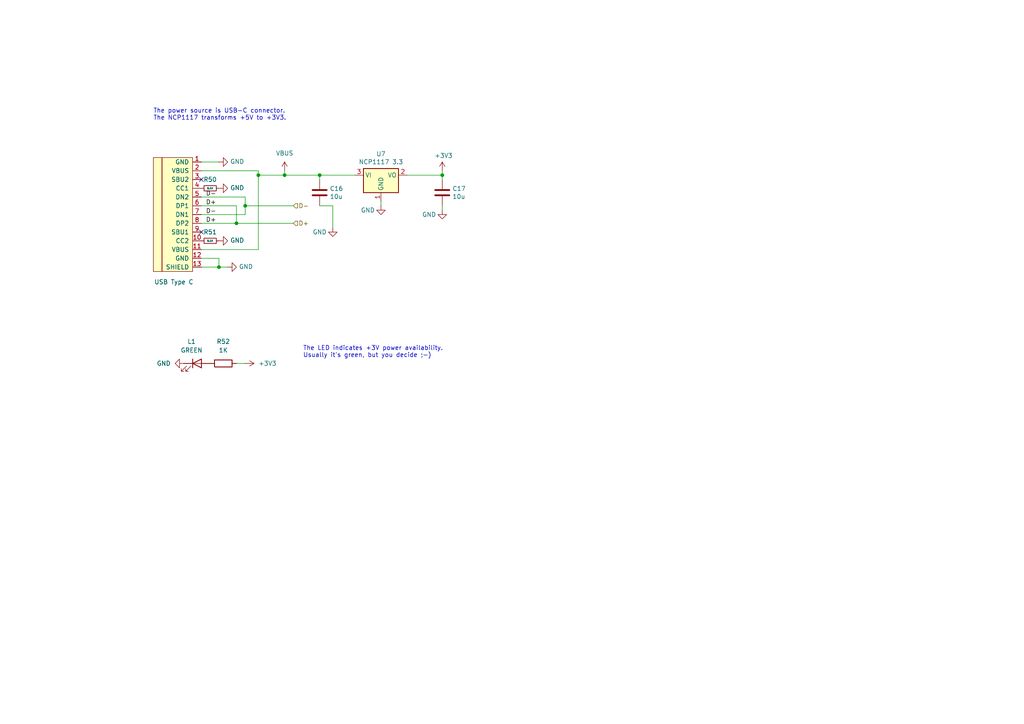
<source format=kicad_sch>
(kicad_sch (version 20231120) (generator "eeschema") (generator_version "8.0")
  (paper "A4")
  (title_block (title "TurboFRANK") (date "2025-01-28") (rev "1.0") (company "Mikhail Matveev") (comment 1 "https://github.com/xtremespb/frank"))
  (lib_symbols
    (symbol "+3V3_1" (power) (pin_numbers hide) (pin_names (offset 0) hide)
      (property "Value" "+3V3" (at 0 3.556 0))
      (symbol "+3V3_1_0_1"
        (polyline (pts (xy -0.762 1.27) (xy 0 2.54)))
        (polyline (pts (xy 0 0) (xy 0 2.54)))
        (polyline (pts (xy 0 2.54) (xy 0.762 1.27)))
      )
      (symbol "+3V3_1_1_1"
        (pin power_in line (at 0 0 90) (length 0) (name "~") (number "1"))
      )
    )
    (symbol "Device:C" (pin_numbers hide) (pin_names (offset 0.254))
      (property "Reference" "C" (at 0.635 2.54 0))
      (property "Value" "C" (at 0.635 -2.54 0))
      (symbol "C_0_1"
        (polyline (pts (xy -2.032 -0.762) (xy 2.032 -0.762)) (stroke (width 0.508)))
        (polyline (pts (xy -2.032 0.762) (xy 2.032 0.762)) (stroke (width 0.508)))
      )
      (symbol "C_1_1"
        (pin passive line (at 0 3.81 270) (length 2.794) (name "~") (number "1"))
        (pin passive line (at 0 -3.81 90) (length 2.794) (name "~") (number "2"))
      )
    )
    (symbol "Device:LED" (pin_numbers hide) (pin_names (offset 1.016) hide)
      (property "Reference" "D" (at 0 2.54 0))
      (property "Value" "LED" (at 0 -2.54 0))
      (symbol "LED_0_1"
        (polyline (pts (xy -1.27 -1.27) (xy -1.27 1.27)) (stroke (width 0.254)))
        (polyline (pts (xy -1.27 0) (xy 1.27 0)))
        (polyline (pts (xy 1.27 -1.27) (xy 1.27 1.27) (xy -1.27 0) (xy 1.27 -1.27)) (stroke (width 0.254)))
        (polyline (pts (xy -3.048 -0.762) (xy -4.572 -2.286) (xy -3.81 -2.286) (xy -4.572 -2.286) (xy -4.572 -1.524)))
        (polyline (pts (xy -1.778 -0.762) (xy -3.302 -2.286) (xy -2.54 -2.286) (xy -3.302 -2.286) (xy -3.302 -1.524)))
      )
      (symbol "LED_1_1"
        (pin passive line (at -3.81 0 0) (length 2.54) (name "K") (number "1"))
        (pin passive line (at 3.81 0 180) (length 2.54) (name "A") (number "2"))
      )
    )
    (symbol "Device:R" (pin_numbers hide) (pin_names (offset 0))
      (property "Reference" "R" (at 2.032 0 90))
      (property "Value" "R" (at 0 0 90))
      (symbol "R_0_1"
        (rectangle (start -1.016 -2.54) (end 1.016 2.54) (stroke (width 0.254)))
      )
      (symbol "R_1_1"
        (pin passive line (at 0 3.81 270) (length 1.27) (name "~") (number "1"))
        (pin passive line (at 0 -3.81 90) (length 1.27) (name "~") (number "2"))
      )
    )
    (symbol "Device:R_Small" (pin_numbers hide) (pin_names (offset 0.254) hide)
      (property "Reference" "R" (at 0.762 0.508 0))
      (property "Value" "R_Small" (at 0.762 -1.016 0))
      (symbol "R_Small_0_1"
        (rectangle (start -0.762 1.778) (end 0.762 -1.778) (stroke (width 0.2032)))
      )
      (symbol "R_Small_1_1"
        (pin passive line (at 0 2.54 270) (length 0.762) (name "~") (number "1"))
        (pin passive line (at 0 -2.54 90) (length 0.762) (name "~") (number "2"))
      )
    )
    (symbol "FRANK:USB-C" (pin_names (offset 1.016))
      (property "Value" "USB Type C" (at 0.254 -20.828 0))
      (symbol "USB-C_0_1"
        (rectangle (start -11.43 15.24) (end -8.89 -17.78) (fill (type background)))
        (rectangle (start 0 -17.78) (end -8.89 15.24) (fill (type background)))
      )
      (symbol "USB-C_1_1"
        (pin input line (at 2.54 13.97 180) (length 2.54) (name "GND") (number "1"))
        (pin input line (at 2.54 -8.89 180) (length 2.54) (name "CC2") (number "10"))
        (pin input line (at 2.54 -11.43 180) (length 2.54) (name "VBUS") (number "11"))
        (pin input line (at 2.54 -13.97 180) (length 2.54) (name "GND") (number "12"))
        (pin input line (at 2.54 -16.51 180) (length 2.54) (name "SHIELD") (number "13"))
        (pin input line (at 2.54 11.43 180) (length 2.54) (name "VBUS") (number "2"))
        (pin input line (at 2.54 8.89 180) (length 2.54) (name "SBU2") (number "3"))
        (pin input line (at 2.54 6.35 180) (length 2.54) (name "CC1") (number "4"))
        (pin input line (at 2.54 3.81 180) (length 2.54) (name "DN2") (number "5"))
        (pin input line (at 2.54 1.27 180) (length 2.54) (name "DP1") (number "6"))
        (pin input line (at 2.54 -1.27 180) (length 2.54) (name "DN1") (number "7"))
        (pin input line (at 2.54 -3.81 180) (length 2.54) (name "DP2") (number "8"))
        (pin input line (at 2.54 -6.35 180) (length 2.54) (name "SBU1") (number "9"))
      )
    )
    (symbol "GND_1" (power) (pin_numbers hide) (pin_names (offset 0) hide)
      (property "Value" "GND" (at 0 -3.81 0))
      (symbol "GND_1_0_1"
        (polyline (pts (xy 0 0) (xy 0 -1.27) (xy 1.27 -1.27) (xy 0 -2.54) (xy -1.27 -1.27) (xy 0 -1.27)))
      )
      (symbol "GND_1_1_1"
        (pin power_in line (at 0 0 270) (length 0) (name "~") (number "1"))
      )
    )
    (symbol "GND_2" (power) (pin_numbers hide) (pin_names (offset 0) hide)
      (property "Value" "GND" (at 0 -3.81 0))
      (symbol "GND_2_0_1"
        (polyline (pts (xy 0 0) (xy 0 -1.27) (xy 1.27 -1.27) (xy 0 -2.54) (xy -1.27 -1.27) (xy 0 -1.27)))
      )
      (symbol "GND_2_1_1"
        (pin power_in line (at 0 0 270) (length 0) (name "~") (number "1"))
      )
    )
    (symbol "GND_3" (power) (pin_numbers hide) (pin_names (offset 0) hide)
      (property "Value" "GND" (at 0 -3.81 0))
      (symbol "GND_3_0_1"
        (polyline (pts (xy 0 0) (xy 0 -1.27) (xy 1.27 -1.27) (xy 0 -2.54) (xy -1.27 -1.27) (xy 0 -1.27)))
      )
      (symbol "GND_3_1_1"
        (pin power_in line (at 0 0 270) (length 0) (name "~") (number "1"))
      )
    )
    (symbol "GND_4" (power) (pin_numbers hide) (pin_names (offset 0) hide)
      (property "Value" "GND" (at 0 -3.81 0))
      (symbol "GND_4_0_1"
        (polyline (pts (xy 0 0) (xy 0 -1.27) (xy 1.27 -1.27) (xy 0 -2.54) (xy -1.27 -1.27) (xy 0 -1.27)))
      )
      (symbol "GND_4_1_1"
        (pin power_in line (at 0 0 270) (length 0) (name "~") (number "1"))
      )
    )
    (symbol "GND_5" (power) (pin_numbers hide) (pin_names (offset 0) hide)
      (property "Value" "GND" (at 0 -3.81 0))
      (symbol "GND_5_0_1"
        (polyline (pts (xy 0 0) (xy 0 -1.27) (xy 1.27 -1.27) (xy 0 -2.54) (xy -1.27 -1.27) (xy 0 -1.27)))
      )
      (symbol "GND_5_1_1"
        (pin power_in line (at 0 0 270) (length 0) (name "~") (number "1"))
      )
    )
    (symbol "GND_6" (power) (pin_numbers hide) (pin_names (offset 0) hide)
      (property "Value" "GND" (at 0 -3.81 0))
      (symbol "GND_6_0_1"
        (polyline (pts (xy 0 0) (xy 0 -1.27) (xy 1.27 -1.27) (xy 0 -2.54) (xy -1.27 -1.27) (xy 0 -1.27)))
      )
      (symbol "GND_6_1_1"
        (pin power_in line (at 0 0 270) (length 0) (name "~") (number "1"))
      )
    )
    (symbol "GND_7" (power) (pin_numbers hide) (pin_names (offset 0) hide)
      (property "Value" "GND" (at 0 -3.81 0))
      (symbol "GND_7_0_1"
        (polyline (pts (xy 0 0) (xy 0 -1.27) (xy 1.27 -1.27) (xy 0 -2.54) (xy -1.27 -1.27) (xy 0 -1.27)))
      )
      (symbol "GND_7_1_1"
        (pin power_in line (at 0 0 270) (length 0) (name "~") (number "1"))
      )
    )
    (symbol "Regulator_Linear:NCP1117-3.3_SOT223"
      (property "Reference" "U" (at -3.81 3.175 0))
      (property "Value" "NCP1117-3.3_SOT223" (at 0 3.175 0))
      (symbol "NCP1117-3.3_SOT223_0_1"
        (rectangle (start -5.08 -5.08) (end 5.08 1.905) (stroke (width 0.254)) (fill (type background)))
      )
      (symbol "NCP1117-3.3_SOT223_1_1"
        (pin power_in line (at 0 -7.62 90) (length 2.54) (name "GND") (number "1"))
        (pin power_out line (at 7.62 0 180) (length 2.54) (name "VO") (number "2"))
        (pin power_in line (at -7.62 0 0) (length 2.54) (name "VI") (number "3"))
      )
    )
    (symbol "power:+3V3" (power) (pin_numbers hide) (pin_names (offset 0) hide)
      (property "Value" "+3V3" (at 0 3.556 0))
      (symbol "+3V3_0_1"
        (polyline (pts (xy -0.762 1.27) (xy 0 2.54)))
        (polyline (pts (xy 0 0) (xy 0 2.54)))
        (polyline (pts (xy 0 2.54) (xy 0.762 1.27)))
      )
      (symbol "+3V3_1_1"
        (pin power_in line (at 0 0 90) (length 0) (name "~") (number "1"))
      )
    )
    (symbol "power:GND" (power) (pin_numbers hide) (pin_names (offset 0) hide)
      (property "Value" "GND" (at 0 -3.81 0))
      (symbol "GND_0_1"
        (polyline (pts (xy 0 0) (xy 0 -1.27) (xy 1.27 -1.27) (xy 0 -2.54) (xy -1.27 -1.27) (xy 0 -1.27)))
      )
      (symbol "GND_1_1"
        (pin power_in line (at 0 0 270) (length 0) (name "~") (number "1"))
      )
    )
    (symbol "power:VBUS" (power) (pin_numbers hide) (pin_names (offset 0) hide)
      (property "Value" "VBUS" (at 0 3.556 0))
      (symbol "VBUS_0_1"
        (polyline (pts (xy -0.762 1.27) (xy 0 2.54)))
        (polyline (pts (xy 0 0) (xy 0 2.54)))
        (polyline (pts (xy 0 2.54) (xy 0.762 1.27)))
      )
      (symbol "VBUS_1_1"
        (pin power_in line (at 0 0 90) (length 0) (name "~") (number "1"))
      )
    )
  )
  (junction (at 74.93 50.8))
  (junction (at 68.58 64.77))
  (junction (at 82.55 50.8))
  (junction (at 92.71 50.8))
  (junction (at 63.5 77.47))
  (junction (at 128.27 50.8))
  (junction (at 71.12 59.69))
  (no_connect (at 58.42 67.31))
  (no_connect (at 58.42 52.07))
  (wire (pts (xy 58.42 49.53) (xy 74.93 49.53)))
  (wire (pts (xy 58.42 59.69) (xy 68.58 59.69)))
  (wire (pts (xy 82.55 50.8) (xy 92.71 50.8)))
  (wire (pts (xy 102.87 50.8) (xy 92.71 50.8)))
  (wire (pts (xy 128.27 50.8) (xy 128.27 49.53)))
  (wire (pts (xy 63.5 77.47) (xy 66.04 77.47)))
  (wire (pts (xy 82.55 49.53) (xy 82.55 50.8)))
  (wire (pts (xy 63.5 74.93) (xy 63.5 77.47)))
  (wire (pts (xy 74.93 72.39) (xy 58.42 72.39)))
  (wire (pts (xy 92.71 52.07) (xy 92.71 50.8)))
  (wire (pts (xy 128.27 52.07) (xy 128.27 50.8)))
  (wire (pts (xy 96.52 59.69) (xy 92.71 59.69)))
  (wire (pts (xy 118.11 50.8) (xy 128.27 50.8)))
  (wire (pts (xy 58.42 57.15) (xy 71.12 57.15)))
  (wire (pts (xy 58.42 62.23) (xy 71.12 62.23)))
  (wire (pts (xy 71.12 59.69) (xy 85.09 59.69)))
  (wire (pts (xy 74.93 50.8) (xy 74.93 72.39)))
  (wire (pts (xy 74.93 49.53) (xy 74.93 50.8)))
  (wire (pts (xy 71.12 59.69) (xy 71.12 62.23)))
  (wire (pts (xy 58.42 46.99) (xy 63.5 46.99)))
  (wire (pts (xy 128.27 59.69) (xy 128.27 60.96)))
  (wire (pts (xy 58.42 77.47) (xy 63.5 77.47)))
  (wire (pts (xy 58.42 64.77) (xy 68.58 64.77)))
  (wire (pts (xy 96.52 59.69) (xy 96.52 66.04)))
  (wire (pts (xy 58.42 74.93) (xy 63.5 74.93)))
  (wire (pts (xy 71.12 57.15) (xy 71.12 59.69)))
  (wire (pts (xy 68.58 105.41) (xy 71.12 105.41)))
  (wire (pts (xy 74.93 50.8) (xy 82.55 50.8)))
  (wire (pts (xy 110.49 58.42) (xy 110.49 59.69)))
  (wire (pts (xy 68.58 64.77) (xy 85.09 64.77)))
  (wire (pts (xy 68.58 59.69) (xy 68.58 64.77)))
  (text "The LED indicates +3V power availability.\nUsually it's green, but you decide ;-)" (at 87.884 102.108 0) (effects (font (size 1.27 1.27)) (justify left)))
  (text "The power source is USB-C connector.\nThe NCP1117 transforms +5V to +3V3." (at 44.45 33.274 0) (effects (font (size 1.27 1.27)) (justify left)))
  (label "D-" (at 59.69 62.23 0))
  (label "D+" (at 59.69 64.77 0))
  (label "D-" (at 59.69 57.15 0))
  (label "D+" (at 59.69 59.69 0))
  (hierarchical_label "D-" (shape input) (at 85.09 59.69 0))
  (hierarchical_label "D+" (shape input) (at 85.09 64.77 0))
  (symbol (lib_name "GND_3") (lib_id "power:GND") (at 96.52 66.04 0) (unit 1)
    (property "Reference" "#PWR038" (effects (hide yes)))
    (property "Value" "GND" (at 92.71 67.31 0))
    (property "Description" "Power symbol creates a global label with name \"GND\" , ground" (effects (hide yes)))
  )
  (symbol (lib_id "power:VBUS") (at 82.55 49.53 0) (unit 1)
    (property "Reference" "#PWR033" (effects (hide yes)))
    (property "Value" "VBUS" (at 82.55 44.45 0))
    (property "Description" "Power symbol creates a global label with name \"VBUS\"" (effects (hide yes)))
  )
  (symbol (lib_name "GND_5") (lib_id "power:GND") (at 63.5 69.85 90) (unit 1)
    (property "Reference" "#PWR039" (effects (hide yes)))
    (property "Value" "GND" (at 66.7512 69.723 90) (effects (justify right)))
    (property "Description" "Power symbol creates a global label with name \"GND\" , ground" (effects (hide yes)))
  )
  (symbol (lib_name "GND_2") (lib_id "power:GND") (at 53.34 105.41 270) (unit 1)
    (property "Reference" "#PWR041" (effects (hide yes)))
    (property "Value" "GND" (at 49.53 105.4099 90) (effects (justify right)))
    (property "Description" "Power symbol creates a global label with name \"GND\" , ground" (effects (hide yes)))
  )
  (symbol (lib_id "Device:LED") (at 57.15 105.41 0) (unit 1)
    (property "Reference" "L1" (at 55.5625 99.06 0))
    (property "Value" "GREEN" (at 55.5625 101.6 0))
    (property "Footprint" "FRANK:LED (0805)" (effects (hide yes)))
    (property "Datasheet" "https://www.we-online.com/components/products/datasheet/15408085BA400.pdf" (effects (hide yes)))
    (property "Description" "Light emitting diode" (effects (hide yes)))
    (property "AliExpress" "https://www.aliexpress.com/item/1005007252088951.html" (effects (hide yes)))
  )
  (symbol (lib_id "Regulator_Linear:NCP1117-3.3_SOT223") (at 110.49 50.8 0) (unit 1)
    (property "Reference" "U7" (at 110.49 44.6532 0))
    (property "Value" "NCP1117 3.3" (at 110.49 46.9646 0))
    (property "Footprint" "FRANK:SOT-223" (effects (hide yes)))
    (property "Datasheet" "http://www.onsemi.com/pub_link/Collateral/NCP1117-D.PDF" (effects (hide yes)))
    (property "AliExpress" "https://www.aliexpress.com/item/1005005802338707.html" (effects (hide yes)))
  )
  (symbol (lib_id "Device:C") (at 128.27 55.88 0) (unit 1)
    (property "Reference" "C17" (at 131.191 54.7116 0) (effects (justify left)))
    (property "Value" "10u" (at 131.191 57.023 0) (effects (justify left)))
    (property "Footprint" "FRANK:Capacitor (0805)" (effects (hide yes)))
    (property "Datasheet" "https://eu.mouser.com/datasheet/2/40/KGM_X7R-3223212.pdf" (effects (hide yes)))
    (property "AliExpress" "https://www.aliexpress.com/item/33008008276.html" (effects (hide yes)))
  )
  (symbol (lib_id "FRANK:USB-C") (at 55.88 60.96 0) (unit 1)
    (property "Reference" "USB1" (effects (hide yes)))
    (property "Value" "USB Type C" (at 56.134 81.788 0) (effects (justify right)))
    (property "Footprint" "FRANK:USB Type C" (effects (hide yes)))
    (property "Datasheet" "https://eu.mouser.com/datasheet/2/837/usb4215-3472997.pdf" (effects (hide yes)))
    (property "LCSC" "C165948" (effects (hide yes)))
    (property "AliExpress" "https://www.aliexpress.com/item/1005005500797563.html" (effects (hide yes)))
  )
  (symbol (lib_id "Device:C") (at 92.71 55.88 0) (unit 1)
    (property "Reference" "C16" (at 95.631 54.7116 0) (effects (justify left)))
    (property "Value" "10u" (at 95.631 57.023 0) (effects (justify left)))
    (property "Footprint" "FRANK:Capacitor (0805)" (effects (hide yes)))
    (property "Datasheet" "https://eu.mouser.com/datasheet/2/40/KGM_X7R-3223212.pdf" (effects (hide yes)))
    (property "AliExpress" "https://www.aliexpress.com/item/33008008276.html" (effects (hide yes)))
  )
  (symbol (lib_id "Device:R") (at 64.77 105.41 90) (unit 1)
    (property "Reference" "R52" (at 64.77 99.06 90))
    (property "Value" "1K" (at 64.77 101.6 90))
    (property "Footprint" "FRANK:Resistor (0805)" (effects (hide yes)))
    (property "Datasheet" "https://www.vishay.com/docs/28952/mcs0402at-mct0603at-mcu0805at-mca1206at.pdf" (effects (hide yes)))
    (property "Description" "Resistor" (effects (hide yes)))
    (property "AliExpress" "https://www.aliexpress.com/item/1005005945735199.html" (effects (hide yes)))
  )
  (symbol (lib_id "Device:R_Small") (at 60.96 69.85 270) (unit 1)
    (property "Reference" "R51" (at 60.96 67.31 90))
    (property "Value" "5.1K" (at 60.96 69.85 90) (effects (font (size 0.508 0.508))))
    (property "Footprint" "FRANK:Resistor (0805)" (effects (hide yes)))
    (property "Datasheet" "https://www.vishay.com/docs/28952/mcs0402at-mct0603at-mcu0805at-mca1206at.pdf" (effects (hide yes)))
    (property "LCSC" " " (effects (hide yes)))
    (property "AliExpress" "https://www.aliexpress.com/item/1005005945735199.html" (effects (hide yes)))
  )
  (symbol (lib_name "GND_6") (lib_id "power:GND") (at 63.5 54.61 90) (unit 1)
    (property "Reference" "#PWR035" (effects (hide yes)))
    (property "Value" "GND" (at 66.7512 54.483 90) (effects (justify right)))
    (property "Description" "Power symbol creates a global label with name \"GND\" , ground" (effects (hide yes)))
  )
  (symbol (lib_name "GND_1") (lib_id "power:GND") (at 128.27 60.96 0) (unit 1)
    (property "Reference" "#PWR037" (effects (hide yes)))
    (property "Value" "GND" (at 124.46 62.23 0))
    (property "Description" "Power symbol creates a global label with name \"GND\" , ground" (effects (hide yes)))
  )
  (symbol (lib_id "power:+3V3") (at 128.27 49.53 0) (unit 1)
    (property "Reference" "#PWR034" (effects (hide yes)))
    (property "Value" "+3V3" (at 128.651 45.1358 0))
    (property "Description" "Power symbol creates a global label with name \"+3V3\"" (effects (hide yes)))
  )
  (symbol (lib_id "Device:R_Small") (at 60.96 54.61 270) (unit 1)
    (property "Reference" "R50" (at 60.96 52.07 90))
    (property "Value" "5.1K" (at 60.96 54.61 90) (effects (font (size 0.508 0.508))))
    (property "Footprint" "FRANK:Resistor (0805)" (effects (hide yes)))
    (property "Datasheet" "https://www.vishay.com/docs/28952/mcs0402at-mct0603at-mcu0805at-mca1206at.pdf" (effects (hide yes)))
    (property "LCSC" " " (effects (hide yes)))
    (property "AliExpress" "https://www.aliexpress.com/item/1005005945735199.html" (effects (hide yes)))
  )
  (symbol (lib_id "power:GND") (at 63.5 46.99 90) (unit 1)
    (property "Reference" "#PWR032" (effects (hide yes)))
    (property "Value" "GND" (at 66.7512 46.863 90) (effects (justify right)))
    (property "Description" "Power symbol creates a global label with name \"GND\" , ground" (effects (hide yes)))
  )
  (symbol (lib_name "GND_7") (lib_id "power:GND") (at 66.04 77.47 90) (unit 1)
    (property "Reference" "#PWR040" (effects (hide yes)))
    (property "Value" "GND" (at 69.2912 77.343 90) (effects (justify right)))
    (property "Description" "Power symbol creates a global label with name \"GND\" , ground" (effects (hide yes)))
  )
  (symbol (lib_name "+3V3_1") (lib_id "power:+3V3") (at 71.12 105.41 270) (unit 1)
    (property "Reference" "#PWR042" (effects (hide yes)))
    (property "Value" "+3V3" (at 74.93 105.4099 90) (effects (justify left)))
    (property "Description" "Power symbol creates a global label with name \"+3V3\"" (effects (hide yes)))
  )
  (symbol (lib_name "GND_4") (lib_id "power:GND") (at 110.49 59.69 0) (unit 1)
    (property "Reference" "#PWR036" (effects (hide yes)))
    (property "Value" "GND" (at 106.68 60.96 0))
    (property "Description" "Power symbol creates a global label with name \"GND\" , ground" (effects (hide yes)))
  )
)
</source>
